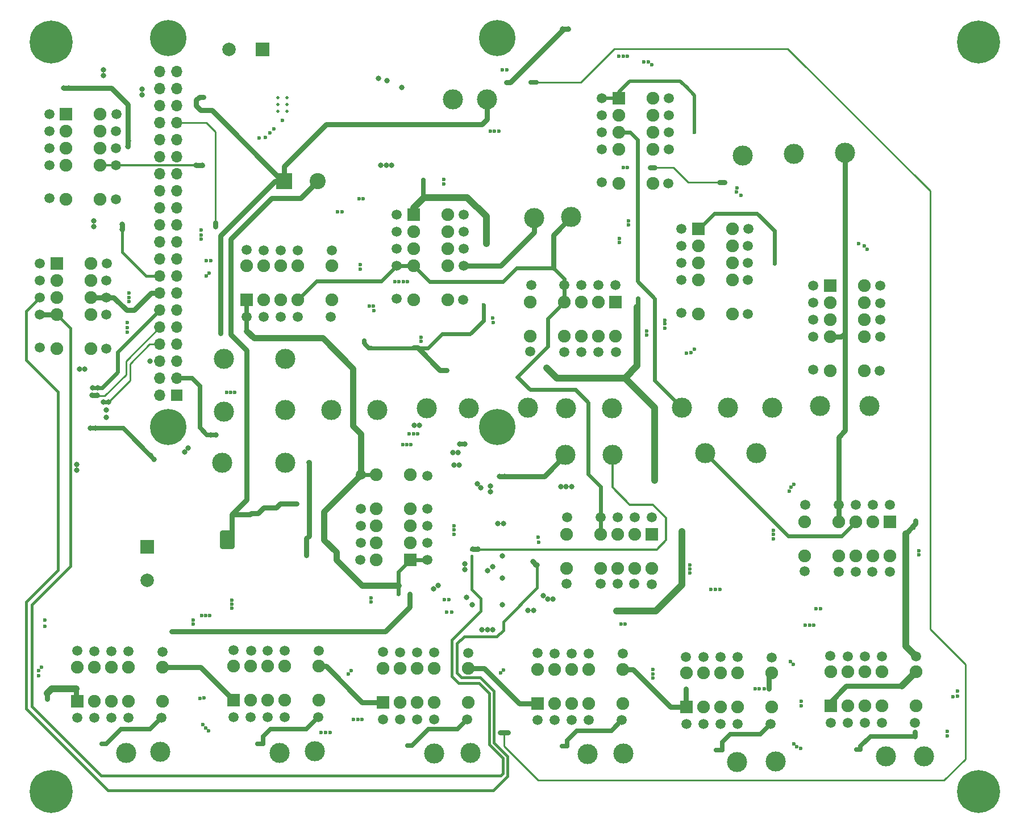
<source format=gbr>
%TF.GenerationSoftware,KiCad,Pcbnew,5.1.6-c6e7f7d~86~ubuntu18.04.1*%
%TF.CreationDate,2020-05-20T11:00:07-07:00*%
%TF.ProjectId,Cal_Station,43616c5f-5374-4617-9469-6f6e2e6b6963,rev?*%
%TF.SameCoordinates,Original*%
%TF.FileFunction,Copper,L3,Inr*%
%TF.FilePolarity,Positive*%
%FSLAX46Y46*%
G04 Gerber Fmt 4.6, Leading zero omitted, Abs format (unit mm)*
G04 Created by KiCad (PCBNEW 5.1.6-c6e7f7d~86~ubuntu18.04.1) date 2020-05-20 11:00:07*
%MOMM*%
%LPD*%
G01*
G04 APERTURE LIST*
%TA.AperFunction,ViaPad*%
%ADD10C,3.000000*%
%TD*%
%TA.AperFunction,ViaPad*%
%ADD11C,1.500000*%
%TD*%
%TA.AperFunction,ViaPad*%
%ADD12C,1.900000*%
%TD*%
%TA.AperFunction,ViaPad*%
%ADD13R,1.900000X1.900000*%
%TD*%
%TA.AperFunction,ViaPad*%
%ADD14C,0.800000*%
%TD*%
%TA.AperFunction,ViaPad*%
%ADD15C,6.400000*%
%TD*%
%TA.AperFunction,ViaPad*%
%ADD16C,5.400000*%
%TD*%
%TA.AperFunction,ViaPad*%
%ADD17C,0.500000*%
%TD*%
%TA.AperFunction,ViaPad*%
%ADD18O,1.700000X1.700000*%
%TD*%
%TA.AperFunction,ViaPad*%
%ADD19R,1.700000X1.700000*%
%TD*%
%TA.AperFunction,ViaPad*%
%ADD20C,2.000000*%
%TD*%
%TA.AperFunction,ViaPad*%
%ADD21R,2.000000X2.000000*%
%TD*%
%TA.AperFunction,ViaPad*%
%ADD22C,2.400000*%
%TD*%
%TA.AperFunction,ViaPad*%
%ADD23R,2.400000X2.400000*%
%TD*%
%TA.AperFunction,ViaPad*%
%ADD24C,0.600000*%
%TD*%
%TA.AperFunction,Conductor*%
%ADD25C,0.600000*%
%TD*%
%TA.AperFunction,Conductor*%
%ADD26C,0.950000*%
%TD*%
%TA.AperFunction,Conductor*%
%ADD27C,1.000000*%
%TD*%
%TA.AperFunction,Conductor*%
%ADD28C,0.750000*%
%TD*%
%TA.AperFunction,Conductor*%
%ADD29C,0.650000*%
%TD*%
%TA.AperFunction,Conductor*%
%ADD30C,0.500000*%
%TD*%
%TA.AperFunction,Conductor*%
%ADD31C,0.250000*%
%TD*%
%TA.AperFunction,Conductor*%
%ADD32C,0.350000*%
%TD*%
%TA.AperFunction,Conductor*%
%ADD33C,0.450000*%
%TD*%
G04 APERTURE END LIST*
D10*
%TO.N,+6V*%
%TO.C,TP18*%
X109610000Y-41240000D03*
%TD*%
%TO.N,PI_GND*%
%TO.C,TP17*%
X104560000Y-41240000D03*
%TD*%
D11*
%TO.N,Vref_OUT*%
%TO.C,K17*%
X42980000Y-70820000D03*
%TO.N,PI_GND*%
X52930000Y-70815000D03*
D12*
X50580000Y-70820000D03*
%TO.N,Vref_OUT*%
X45500000Y-70820000D03*
%TO.N,Net-(K17-Pad8)*%
X50580000Y-68280000D03*
%TO.N,K17_SET*%
X50580000Y-65740000D03*
%TO.N,/34401_A/GNDA*%
X50580000Y-73360000D03*
%TO.N,CAL_RESET*%
X45500000Y-78440000D03*
D13*
%TO.N,PI_+5V*%
X45500000Y-65740000D03*
D12*
X50580000Y-78440000D03*
%TO.N,Net-(K17-Pad3)*%
X45500000Y-68280000D03*
%TO.N,DAC_AUX_BUF*%
X45500000Y-73360000D03*
D11*
%TO.N,PI_+5V*%
X52880000Y-78440000D03*
%TO.N,/34401_A/GNDA*%
X52930000Y-73365000D03*
%TO.N,Net-(K17-Pad8)*%
X52930000Y-68315000D03*
%TO.N,K17_SET*%
X52980000Y-65715000D03*
%TO.N,PI_+5V*%
X42980000Y-65740000D03*
%TO.N,Net-(K17-Pad3)*%
X42980000Y-68280000D03*
%TO.N,DAC_AUX_BUF*%
X42980000Y-73360000D03*
%TO.N,CAL_RESET*%
X42980000Y-78290000D03*
%TD*%
%TO.N,Net-(K16-Pad4)*%
%TO.C,K16*%
X44410000Y-48550000D03*
X54360000Y-48545000D03*
D12*
X52010000Y-48550000D03*
X46930000Y-48550000D03*
%TO.N,Net-(K16-Pad8)*%
X52010000Y-46010000D03*
%TO.N,K16_SET*%
X52010000Y-43470000D03*
%TO.N,/34401_A/GNDA*%
X52010000Y-51090000D03*
%TO.N,CAL_RESET*%
X46930000Y-56170000D03*
D13*
%TO.N,PI_+5V*%
X46930000Y-43470000D03*
D12*
X52010000Y-56170000D03*
%TO.N,Net-(K16-Pad3)*%
X46930000Y-46010000D03*
%TO.N,DAC_AUX_BUF*%
X46930000Y-51090000D03*
D11*
%TO.N,PI_+5V*%
X54310000Y-56170000D03*
%TO.N,/34401_A/GNDA*%
X54360000Y-51095000D03*
%TO.N,Net-(K16-Pad8)*%
X54360000Y-46045000D03*
%TO.N,K16_SET*%
X54410000Y-43445000D03*
%TO.N,PI_+5V*%
X44410000Y-43470000D03*
%TO.N,Net-(K16-Pad3)*%
X44410000Y-46010000D03*
%TO.N,DAC_AUX_BUF*%
X44410000Y-51090000D03*
%TO.N,CAL_RESET*%
X44410000Y-56020000D03*
%TD*%
D14*
%TO.N,N/C*%
%TO.C,H8*%
X46377056Y-30992944D03*
X44680000Y-30290000D03*
X42982944Y-30992944D03*
X42280000Y-32690000D03*
X42982944Y-34387056D03*
X44680000Y-35090000D03*
X46377056Y-34387056D03*
X47080000Y-32690000D03*
D15*
X44680000Y-32690000D03*
%TD*%
D14*
%TO.N,N/C*%
%TO.C,H7*%
X184527056Y-30992944D03*
X182830000Y-30290000D03*
X181132944Y-30992944D03*
X180430000Y-32690000D03*
X181132944Y-34387056D03*
X182830000Y-35090000D03*
X184527056Y-34387056D03*
X185230000Y-32690000D03*
D15*
X182830000Y-32690000D03*
%TD*%
D14*
%TO.N,N/C*%
%TO.C,H6*%
X46377056Y-142782944D03*
X44680000Y-142080000D03*
X42982944Y-142782944D03*
X42280000Y-144480000D03*
X42982944Y-146177056D03*
X44680000Y-146880000D03*
X46377056Y-146177056D03*
X47080000Y-144480000D03*
D15*
X44680000Y-144480000D03*
%TD*%
D14*
%TO.N,N/C*%
%TO.C,H5*%
X184527056Y-142802944D03*
X182830000Y-142100000D03*
X181132944Y-142802944D03*
X180430000Y-144500000D03*
X181132944Y-146197056D03*
X182830000Y-146900000D03*
X184527056Y-146197056D03*
X185230000Y-144500000D03*
D15*
X182830000Y-144500000D03*
%TD*%
D14*
%TO.N,N/C*%
%TO.C,H4*%
X112601891Y-30688109D03*
X111170000Y-30095000D03*
X109738109Y-30688109D03*
X109145000Y-32120000D03*
X109738109Y-33551891D03*
X111170000Y-34145000D03*
X112601891Y-33551891D03*
X113195000Y-32120000D03*
D16*
X111170000Y-32120000D03*
%TD*%
D14*
%TO.N,N/C*%
%TO.C,H3*%
X63601891Y-88688109D03*
X62170000Y-88095000D03*
X60738109Y-88688109D03*
X60145000Y-90120000D03*
X60738109Y-91551891D03*
X62170000Y-92145000D03*
X63601891Y-91551891D03*
X64195000Y-90120000D03*
D16*
X62170000Y-90120000D03*
%TD*%
D14*
%TO.N,N/C*%
%TO.C,H2*%
X112601891Y-88688109D03*
X111170000Y-88095000D03*
X109738109Y-88688109D03*
X109145000Y-90120000D03*
X109738109Y-91551891D03*
X111170000Y-92145000D03*
X112601891Y-91551891D03*
X113195000Y-90120000D03*
D16*
X111170000Y-90120000D03*
%TD*%
D14*
%TO.N,N/C*%
%TO.C,H1*%
X63601891Y-30688109D03*
X62170000Y-30095000D03*
X60738109Y-30688109D03*
X60145000Y-32120000D03*
X60738109Y-33551891D03*
X62170000Y-34145000D03*
X63601891Y-33551891D03*
X64195000Y-32120000D03*
D16*
X62170000Y-32120000D03*
%TD*%
D11*
%TO.N,/34401_B/REF100+*%
%TO.C,K14*%
X164544000Y-101742000D03*
%TO.N,/34401_B/REF100_RTN*%
X164549000Y-111692000D03*
D12*
X164544000Y-109342000D03*
%TO.N,/34401_B/REF100+*%
X164544000Y-104262000D03*
%TO.N,Net-(K14-Pad8)*%
X167084000Y-109342000D03*
%TO.N,K14_SET*%
X169624000Y-109342000D03*
%TO.N,/34401_B/34401B_RTN*%
X162004000Y-109342000D03*
%TO.N,K14_RESET*%
X156924000Y-104262000D03*
D13*
%TO.N,+5V*%
X169624000Y-104262000D03*
D12*
X156924000Y-109342000D03*
%TO.N,Net-(K14-Pad3)*%
X167084000Y-104262000D03*
%TO.N,/34401_B/34401B_I+*%
X162004000Y-104262000D03*
D11*
%TO.N,+5V*%
X156924000Y-111642000D03*
%TO.N,/34401_B/34401B_RTN*%
X161999000Y-111692000D03*
%TO.N,Net-(K14-Pad8)*%
X167049000Y-111692000D03*
%TO.N,K14_SET*%
X169649000Y-111742000D03*
%TO.N,+5V*%
X169624000Y-101742000D03*
%TO.N,Net-(K14-Pad3)*%
X167084000Y-101742000D03*
%TO.N,/34401_B/34401B_I+*%
X162004000Y-101742000D03*
%TO.N,K14_RESET*%
X157074000Y-101742000D03*
%TD*%
D10*
%TO.N,/34401_B/REF100+*%
%TO.C,J28*%
X142130000Y-94000000D03*
%TD*%
%TO.N,/34401_B/REF100_RTN*%
%TO.C,J27*%
X149790000Y-94000000D03*
%TD*%
%TO.N,/34401_B/34401B_I+*%
%TO.C,J26*%
X162930000Y-49260000D03*
%TD*%
%TO.N,/34401_B/34401B_RTN*%
%TO.C,J25*%
X155320000Y-49400000D03*
%TD*%
%TO.N,/34401_B/34401B_V+*%
%TO.C,J24*%
X147750000Y-49660000D03*
%TD*%
%TO.N,/34401_B/I_LOAD*%
%TO.C,J23*%
X159204000Y-86946000D03*
%TD*%
%TO.N,/34401_B/VLoad_div8*%
%TO.C,J22*%
X152092000Y-87200000D03*
%TD*%
%TO.N,/34401_B/GND*%
%TO.C,J20*%
X145488000Y-87200000D03*
%TD*%
%TO.N,/34401_A/34401A_RTN*%
%TO.C,J19*%
X116620000Y-58990000D03*
%TD*%
%TO.N,/34401_A/34401A_V+*%
%TO.C,J18*%
X122190000Y-58810000D03*
%TD*%
%TO.N,/34401_B/CoolerV*%
%TO.C,J17*%
X138630000Y-87200000D03*
%TD*%
%TO.N,/34401_A/LOAD_RTN*%
%TO.C,J16*%
X79580000Y-80000000D03*
%TD*%
%TO.N,/34401_A/LOAD+*%
%TO.C,J15*%
X70430000Y-80000000D03*
%TD*%
%TO.N,DAC_AUX_BUF*%
%TO.C,J14*%
X128320000Y-94300000D03*
%TD*%
%TO.N,/34401_A/GNDA*%
%TO.C,J13*%
X128290000Y-87300000D03*
%TD*%
%TO.N,DAC_AUX*%
%TO.C,J12*%
X121320000Y-94300000D03*
%TD*%
%TO.N,/34401_A/GNDA*%
%TO.C,J11*%
X121360000Y-87300000D03*
%TD*%
%TO.N,/34401_B/LOAD_RTN*%
%TO.C,J10*%
X166570000Y-86946000D03*
%TD*%
%TO.N,/34401_A/2V5_filt*%
%TO.C,J9*%
X115720000Y-87280000D03*
%TD*%
%TO.N,/34401_A/COOLERV_div4*%
%TO.C,J8*%
X106950000Y-87300000D03*
%TD*%
%TO.N,Net-(J7-Pad1)*%
%TO.C,J7*%
X100660000Y-87300000D03*
%TD*%
%TO.N,/PWR_IN*%
%TO.C,J6*%
X86436000Y-87562000D03*
%TD*%
%TO.N,Net-(J5-Pad1)*%
%TO.C,J5*%
X93294000Y-87562000D03*
%TD*%
%TO.N,Net-(J3-Pad1)*%
%TO.C,J4*%
X79578000Y-95436000D03*
%TD*%
%TO.N,Net-(J3-Pad1)*%
%TO.C,J3*%
X79580000Y-87560000D03*
%TD*%
%TO.N,/PWR_RTN*%
%TO.C,J2*%
X70180000Y-95436000D03*
%TD*%
%TO.N,/PWR_RTN*%
%TO.C,J1*%
X70430000Y-87816000D03*
%TD*%
D17*
%TO.N,PI_GND*%
%TO.C,U2*%
X79870000Y-43010000D03*
X78470000Y-43010000D03*
X79870000Y-42010000D03*
X78470000Y-42010000D03*
X79870000Y-41010000D03*
X78470000Y-41010000D03*
%TD*%
%TO.N,PI_GND*%
%TO.C,U1*%
X70206000Y-105862000D03*
X71606000Y-105862000D03*
X70206000Y-106862000D03*
X71606000Y-106862000D03*
X70206000Y-107862000D03*
X71606000Y-107862000D03*
%TD*%
D10*
%TO.N,Net-(K3-Pad5)*%
%TO.C,TP14*%
X124580000Y-138900000D03*
%TD*%
%TO.N,Net-(K3-Pad10)*%
%TO.C,TP13*%
X129980000Y-138840000D03*
%TD*%
%TO.N,Net-(K2-Pad5)*%
%TO.C,TP12*%
X146920000Y-140060000D03*
%TD*%
%TO.N,Net-(K2-Pad10)*%
%TO.C,TP11*%
X152650000Y-139980000D03*
%TD*%
%TO.N,Net-(K7-Pad5)*%
%TO.C,TP10*%
X169050000Y-139230000D03*
%TD*%
%TO.N,Net-(K7-Pad10)*%
%TO.C,TP9*%
X174750000Y-139200000D03*
%TD*%
%TO.N,Net-(K6-Pad5)*%
%TO.C,TP8*%
X55870000Y-138730000D03*
%TD*%
%TO.N,Net-(K6-Pad10)*%
%TO.C,TP7*%
X60950000Y-138540000D03*
%TD*%
%TO.N,Net-(K5-Pad5)*%
%TO.C,TP6*%
X78730000Y-138740000D03*
%TD*%
%TO.N,Net-(K5-Pad10)*%
%TO.C,TP5*%
X84010000Y-138480000D03*
%TD*%
%TO.N,Net-(K4-Pad5)*%
%TO.C,TP4*%
X101740000Y-138830000D03*
%TD*%
%TO.N,Net-(K4-Pad10)*%
%TO.C,TP3*%
X107210000Y-138750000D03*
%TD*%
D18*
%TO.N,K11_SET_SIGNL*%
%TO.C,PI1*%
X60900000Y-37130000D03*
%TO.N,PI_GND*%
X63440000Y-37130000D03*
%TO.N,K12_SET_SIGNL*%
X60900000Y-39670000D03*
%TO.N,K10_SET_SIGNL*%
X63440000Y-39670000D03*
%TO.N,K13_SET_SIGNL*%
X60900000Y-42210000D03*
%TO.N,K9_SET_SIGNL*%
X63440000Y-42210000D03*
%TO.N,PI_GND*%
X60900000Y-44750000D03*
%TO.N,K8_SET_SIGNL*%
X63440000Y-44750000D03*
%TO.N,K14_SET_SIGNL*%
X60900000Y-47290000D03*
%TO.N,RES_ARRAY_RESET_SIGNL*%
X63440000Y-47290000D03*
%TO.N,PI_GND*%
X60900000Y-49830000D03*
%TO.N,K7_SET_SIGNL*%
X63440000Y-49830000D03*
%TO.N,Net-(PI1-Pad28)*%
X60900000Y-52370000D03*
%TO.N,Net-(PI1-Pad27)*%
X63440000Y-52370000D03*
%TO.N,K15_SET_SIGNL*%
X60900000Y-54910000D03*
%TO.N,PI_GND*%
X63440000Y-54910000D03*
%TO.N,BANK_A_RESET_SIGNL*%
X60900000Y-57450000D03*
%TO.N,K6_SET_SIGNL*%
X63440000Y-57450000D03*
%TO.N,BANK_B_RESET_SIGNL*%
X60900000Y-59990000D03*
%TO.N,K5_SET_SIGNL*%
X63440000Y-59990000D03*
%TO.N,PI_GND*%
X60900000Y-62530000D03*
%TO.N,K4_SET_SIGNL*%
X63440000Y-62530000D03*
%TO.N,K16_SET_SIGNL*%
X60900000Y-65070000D03*
%TO.N,Net-(PI1-Pad17)*%
X63440000Y-65070000D03*
%TO.N,K17_SET_SIGNL*%
X60900000Y-67610000D03*
%TO.N,K3_SET_SIGNL*%
X63440000Y-67610000D03*
%TO.N,PI_GND*%
X60900000Y-70150000D03*
%TO.N,K2_SET_SIGNL*%
X63440000Y-70150000D03*
%TO.N,CAL_RESET_SIGNL*%
X60900000Y-72690000D03*
%TO.N,K1_RESET_SIGNL*%
X63440000Y-72690000D03*
%TO.N,RX*%
X60900000Y-75230000D03*
%TO.N,PI_GND*%
X63440000Y-75230000D03*
%TO.N,TX*%
X60900000Y-77770000D03*
%TO.N,K1_SET_SGNL*%
X63440000Y-77770000D03*
%TO.N,PI_GND*%
X60900000Y-80310000D03*
%TO.N,Net-(PI1-Pad5)*%
X63440000Y-80310000D03*
%TO.N,PI_+5V*%
X60900000Y-82850000D03*
%TO.N,LTC2057_SHDN*%
X63440000Y-82850000D03*
%TO.N,PI_+5V*%
X60900000Y-85390000D03*
D19*
%TO.N,Net-(PI1-Pad1)*%
X63440000Y-85390000D03*
%TD*%
D11*
%TO.N,/34401_B/VLoad_div8*%
%TO.C,K15*%
X138574000Y-65652000D03*
%TO.N,/34401_B/LOAD_RTN*%
X148524000Y-65647000D03*
D12*
X146174000Y-65652000D03*
%TO.N,/34401_B/VLoad_div8*%
X141094000Y-65652000D03*
%TO.N,Net-(K15-Pad8)*%
X146174000Y-63112000D03*
%TO.N,K15_SET*%
X146174000Y-60572000D03*
%TO.N,/34401_B/34401B_RTN*%
X146174000Y-68192000D03*
%TO.N,K15_RESET*%
X141094000Y-73272000D03*
D13*
%TO.N,+5V*%
X141094000Y-60572000D03*
D12*
X146174000Y-73272000D03*
%TO.N,Net-(K15-Pad3)*%
X141094000Y-63112000D03*
%TO.N,/34401_B/34401B_V+*%
X141094000Y-68192000D03*
D11*
%TO.N,+5V*%
X148474000Y-73272000D03*
%TO.N,/34401_B/34401B_RTN*%
X148524000Y-68197000D03*
%TO.N,Net-(K15-Pad8)*%
X148524000Y-63147000D03*
%TO.N,K15_SET*%
X148574000Y-60547000D03*
%TO.N,+5V*%
X138574000Y-60572000D03*
%TO.N,Net-(K15-Pad3)*%
X138574000Y-63112000D03*
%TO.N,/34401_B/34401B_V+*%
X138574000Y-68192000D03*
%TO.N,K15_RESET*%
X138574000Y-73122000D03*
%TD*%
%TO.N,/34401_B/CoolerV*%
%TO.C,K13*%
X126740000Y-46170000D03*
%TO.N,/34401_B/GND*%
X136690000Y-46165000D03*
D12*
X134340000Y-46170000D03*
%TO.N,/34401_B/CoolerV*%
X129260000Y-46170000D03*
%TO.N,Net-(K13-Pad8)*%
X134340000Y-43630000D03*
%TO.N,K13_SET*%
X134340000Y-41090000D03*
%TO.N,/34401_B/34401B_RTN*%
X134340000Y-48710000D03*
%TO.N,K13_RESET*%
X129260000Y-53790000D03*
D13*
%TO.N,+5V*%
X129260000Y-41090000D03*
D12*
X134340000Y-53790000D03*
%TO.N,Net-(K13-Pad3)*%
X129260000Y-43630000D03*
%TO.N,/34401_B/34401B_V+*%
X129260000Y-48710000D03*
D11*
%TO.N,+5V*%
X136640000Y-53790000D03*
%TO.N,/34401_B/34401B_RTN*%
X136690000Y-48715000D03*
%TO.N,Net-(K13-Pad8)*%
X136690000Y-43665000D03*
%TO.N,K13_SET*%
X136740000Y-41065000D03*
%TO.N,+5V*%
X126740000Y-41090000D03*
%TO.N,Net-(K13-Pad3)*%
X126740000Y-43630000D03*
%TO.N,/34401_B/34401B_V+*%
X126740000Y-48710000D03*
%TO.N,K13_RESET*%
X126740000Y-53640000D03*
%TD*%
%TO.N,/34401_B/I_LOAD*%
%TO.C,K12*%
X158240000Y-74140000D03*
%TO.N,/34401_B/LOAD_RTN*%
X168190000Y-74135000D03*
D12*
X165840000Y-74140000D03*
%TO.N,/34401_B/I_LOAD*%
X160760000Y-74140000D03*
%TO.N,Net-(K12-Pad8)*%
X165840000Y-71600000D03*
%TO.N,K12_SET*%
X165840000Y-69060000D03*
%TO.N,/34401_B/34401B_RTN*%
X165840000Y-76680000D03*
%TO.N,K12_RESET*%
X160760000Y-81760000D03*
D13*
%TO.N,+5V*%
X160760000Y-69060000D03*
D12*
X165840000Y-81760000D03*
%TO.N,Net-(K12-Pad3)*%
X160760000Y-71600000D03*
%TO.N,/34401_B/34401B_I+*%
X160760000Y-76680000D03*
D11*
%TO.N,+5V*%
X168140000Y-81760000D03*
%TO.N,/34401_B/34401B_RTN*%
X168190000Y-76685000D03*
%TO.N,Net-(K12-Pad8)*%
X168190000Y-71635000D03*
%TO.N,K12_SET*%
X168240000Y-69035000D03*
%TO.N,+5V*%
X158240000Y-69060000D03*
%TO.N,Net-(K12-Pad3)*%
X158240000Y-71600000D03*
%TO.N,/34401_B/34401B_I+*%
X158240000Y-76680000D03*
%TO.N,K12_RESET*%
X158240000Y-81610000D03*
%TD*%
%TO.N,/34401_A/COOLERV_div4*%
%TO.C,K11*%
X96192000Y-63522000D03*
%TO.N,/34401_A/GNDA*%
X106142000Y-63517000D03*
D12*
X103792000Y-63522000D03*
%TO.N,/34401_A/COOLERV_div4*%
X98712000Y-63522000D03*
%TO.N,Net-(K11-Pad8)*%
X103792000Y-60982000D03*
%TO.N,K11_SET*%
X103792000Y-58442000D03*
%TO.N,/34401_A/34401A_RTN*%
X103792000Y-66062000D03*
%TO.N,K11_RESET*%
X98712000Y-71142000D03*
D13*
%TO.N,+5V*%
X98712000Y-58442000D03*
D12*
X103792000Y-71142000D03*
%TO.N,Net-(K11-Pad3)*%
X98712000Y-60982000D03*
%TO.N,/34401_A/34401A_V+*%
X98712000Y-66062000D03*
D11*
%TO.N,+5V*%
X106092000Y-71142000D03*
%TO.N,/34401_A/34401A_RTN*%
X106142000Y-66067000D03*
%TO.N,Net-(K11-Pad8)*%
X106142000Y-61017000D03*
%TO.N,K11_SET*%
X106192000Y-58417000D03*
%TO.N,+5V*%
X96192000Y-58442000D03*
%TO.N,Net-(K11-Pad3)*%
X96192000Y-60982000D03*
%TO.N,/34401_A/34401A_V+*%
X96192000Y-66062000D03*
%TO.N,K11_RESET*%
X96192000Y-70992000D03*
%TD*%
%TO.N,DAC_AUX_BUF*%
%TO.C,K10*%
X123710000Y-68960000D03*
%TO.N,/34401_A/GNDA*%
X123715000Y-78910000D03*
D12*
X123710000Y-76560000D03*
%TO.N,DAC_AUX_BUF*%
X123710000Y-71480000D03*
%TO.N,Net-(K10-Pad8)*%
X126250000Y-76560000D03*
%TO.N,K10_SET*%
X128790000Y-76560000D03*
%TO.N,/34401_A/34401A_RTN*%
X121170000Y-76560000D03*
%TO.N,K10_RESET*%
X116090000Y-71480000D03*
D13*
%TO.N,+5V*%
X128790000Y-71480000D03*
D12*
X116090000Y-76560000D03*
%TO.N,Net-(K10-Pad3)*%
X126250000Y-71480000D03*
%TO.N,/34401_A/34401A_V+*%
X121170000Y-71480000D03*
D11*
%TO.N,+5V*%
X116090000Y-78860000D03*
%TO.N,/34401_A/34401A_RTN*%
X121165000Y-78910000D03*
%TO.N,Net-(K10-Pad8)*%
X126215000Y-78910000D03*
%TO.N,K10_SET*%
X128815000Y-78960000D03*
%TO.N,+5V*%
X128790000Y-68960000D03*
%TO.N,Net-(K10-Pad3)*%
X126250000Y-68960000D03*
%TO.N,/34401_A/34401A_V+*%
X121170000Y-68960000D03*
%TO.N,K10_RESET*%
X116240000Y-68960000D03*
%TD*%
%TO.N,/34401_A/2V5_filt*%
%TO.C,K9*%
X129078000Y-103578000D03*
%TO.N,/34401_A/GNDA*%
X129083000Y-113528000D03*
D12*
X129078000Y-111178000D03*
%TO.N,/34401_A/2V5_filt*%
X129078000Y-106098000D03*
%TO.N,Net-(K9-Pad8)*%
X131618000Y-111178000D03*
%TO.N,K9_SET*%
X134158000Y-111178000D03*
%TO.N,/34401_A/34401A_RTN*%
X126538000Y-111178000D03*
%TO.N,K9_RESET*%
X121458000Y-106098000D03*
D13*
%TO.N,+5V*%
X134158000Y-106098000D03*
D12*
X121458000Y-111178000D03*
%TO.N,Net-(K9-Pad3)*%
X131618000Y-106098000D03*
%TO.N,/34401_A/34401A_V+*%
X126538000Y-106098000D03*
D11*
%TO.N,+5V*%
X121458000Y-113478000D03*
%TO.N,/34401_A/34401A_RTN*%
X126533000Y-113528000D03*
%TO.N,Net-(K9-Pad8)*%
X131583000Y-113528000D03*
%TO.N,K9_SET*%
X134183000Y-113578000D03*
%TO.N,+5V*%
X134158000Y-103578000D03*
%TO.N,Net-(K9-Pad3)*%
X131618000Y-103578000D03*
%TO.N,/34401_A/34401A_V+*%
X126538000Y-103578000D03*
%TO.N,K9_RESET*%
X121608000Y-103578000D03*
%TD*%
%TO.N,/34401_A/LOAD+*%
%TO.C,K8*%
X78890000Y-73704360D03*
%TO.N,/34401_A/LOAD_RTN*%
X78885000Y-63754360D03*
D12*
X78890000Y-66104360D03*
%TO.N,/34401_A/LOAD+*%
X78890000Y-71184360D03*
%TO.N,Net-(K8-Pad8)*%
X76350000Y-66104360D03*
%TO.N,K8_SET*%
X73810000Y-66104360D03*
%TO.N,/34401_A/34401A_RTN*%
X81430000Y-66104360D03*
%TO.N,K8_RESET*%
X86510000Y-71184360D03*
D13*
%TO.N,+5V*%
X73810000Y-71184360D03*
D12*
X86510000Y-66104360D03*
%TO.N,Net-(K8-Pad3)*%
X76350000Y-71184360D03*
%TO.N,/34401_A/34401A_V+*%
X81430000Y-71184360D03*
D11*
%TO.N,+5V*%
X86510000Y-63804360D03*
%TO.N,/34401_A/34401A_RTN*%
X81435000Y-63754360D03*
%TO.N,Net-(K8-Pad8)*%
X76385000Y-63754360D03*
%TO.N,K8_SET*%
X73785000Y-63704360D03*
%TO.N,+5V*%
X73810000Y-73704360D03*
%TO.N,Net-(K8-Pad3)*%
X76350000Y-73704360D03*
%TO.N,/34401_A/34401A_V+*%
X81430000Y-73704360D03*
%TO.N,K8_RESET*%
X86360000Y-73704360D03*
%TD*%
%TO.N,/Resistor_Array/RES_RTN*%
%TO.C,K7*%
X165910000Y-134250000D03*
%TO.N,/Resistor_Array/RES_IN*%
X165905000Y-124300000D03*
D12*
X165910000Y-126650000D03*
%TO.N,/Resistor_Array/RES_RTN*%
X165910000Y-131730000D03*
%TO.N,Net-(K7-Pad8)*%
X163370000Y-126650000D03*
%TO.N,K7_SET*%
X160830000Y-126650000D03*
%TO.N,Net-(K7-Pad10)*%
X168450000Y-126650000D03*
%TO.N,K7_RESET*%
X173530000Y-131730000D03*
D13*
%TO.N,+5V*%
X160830000Y-131730000D03*
D12*
X173530000Y-126650000D03*
%TO.N,Net-(K7-Pad3)*%
X163370000Y-131730000D03*
%TO.N,Net-(K7-Pad5)*%
X168450000Y-131730000D03*
D11*
%TO.N,+5V*%
X173530000Y-124350000D03*
%TO.N,Net-(K7-Pad10)*%
X168455000Y-124300000D03*
%TO.N,Net-(K7-Pad8)*%
X163405000Y-124300000D03*
%TO.N,K7_SET*%
X160805000Y-124250000D03*
%TO.N,+5V*%
X160830000Y-134250000D03*
%TO.N,Net-(K7-Pad3)*%
X163370000Y-134250000D03*
%TO.N,Net-(K7-Pad5)*%
X168450000Y-134250000D03*
%TO.N,K7_RESET*%
X173380000Y-134250000D03*
%TD*%
%TO.N,/Resistor_Array/RES_RTN*%
%TO.C,K6*%
X53650000Y-133512000D03*
%TO.N,/Resistor_Array/RES_IN*%
X53645000Y-123562000D03*
D12*
X53650000Y-125912000D03*
%TO.N,/Resistor_Array/RES_RTN*%
X53650000Y-130992000D03*
%TO.N,Net-(K6-Pad8)*%
X51110000Y-125912000D03*
%TO.N,K6_SET*%
X48570000Y-125912000D03*
%TO.N,Net-(K6-Pad10)*%
X56190000Y-125912000D03*
%TO.N,K6_RESET*%
X61270000Y-130992000D03*
D13*
%TO.N,+5V*%
X48570000Y-130992000D03*
D12*
X61270000Y-125912000D03*
%TO.N,Net-(K6-Pad3)*%
X51110000Y-130992000D03*
%TO.N,Net-(K6-Pad5)*%
X56190000Y-130992000D03*
D11*
%TO.N,+5V*%
X61270000Y-123612000D03*
%TO.N,Net-(K6-Pad10)*%
X56195000Y-123562000D03*
%TO.N,Net-(K6-Pad8)*%
X51145000Y-123562000D03*
%TO.N,K6_SET*%
X48545000Y-123512000D03*
%TO.N,+5V*%
X48570000Y-133512000D03*
%TO.N,Net-(K6-Pad3)*%
X51110000Y-133512000D03*
%TO.N,Net-(K6-Pad5)*%
X56190000Y-133512000D03*
%TO.N,K6_RESET*%
X61120000Y-133512000D03*
%TD*%
%TO.N,/Resistor_Array/RES_RTN*%
%TO.C,K5*%
X76980000Y-133400000D03*
%TO.N,/Resistor_Array/RES_IN*%
X76975000Y-123450000D03*
D12*
X76980000Y-125800000D03*
%TO.N,/Resistor_Array/RES_RTN*%
X76980000Y-130880000D03*
%TO.N,Net-(K5-Pad8)*%
X74440000Y-125800000D03*
%TO.N,K5_SET*%
X71900000Y-125800000D03*
%TO.N,Net-(K5-Pad10)*%
X79520000Y-125800000D03*
%TO.N,K5_RESET*%
X84600000Y-130880000D03*
D13*
%TO.N,+5V*%
X71900000Y-130880000D03*
D12*
X84600000Y-125800000D03*
%TO.N,Net-(K5-Pad3)*%
X74440000Y-130880000D03*
%TO.N,Net-(K5-Pad5)*%
X79520000Y-130880000D03*
D11*
%TO.N,+5V*%
X84600000Y-123500000D03*
%TO.N,Net-(K5-Pad10)*%
X79525000Y-123450000D03*
%TO.N,Net-(K5-Pad8)*%
X74475000Y-123450000D03*
%TO.N,K5_SET*%
X71875000Y-123400000D03*
%TO.N,+5V*%
X71900000Y-133400000D03*
%TO.N,Net-(K5-Pad3)*%
X74440000Y-133400000D03*
%TO.N,Net-(K5-Pad5)*%
X79520000Y-133400000D03*
%TO.N,K5_RESET*%
X84450000Y-133400000D03*
%TD*%
%TO.N,/Resistor_Array/RES_RTN*%
%TO.C,K4*%
X99200000Y-133688000D03*
%TO.N,/Resistor_Array/RES_IN*%
X99195000Y-123738000D03*
D12*
X99200000Y-126088000D03*
%TO.N,/Resistor_Array/RES_RTN*%
X99200000Y-131168000D03*
%TO.N,Net-(K4-Pad8)*%
X96660000Y-126088000D03*
%TO.N,K4_SET*%
X94120000Y-126088000D03*
%TO.N,Net-(K4-Pad10)*%
X101740000Y-126088000D03*
%TO.N,K4_RESET*%
X106820000Y-131168000D03*
D13*
%TO.N,+5V*%
X94120000Y-131168000D03*
D12*
X106820000Y-126088000D03*
%TO.N,Net-(K4-Pad3)*%
X96660000Y-131168000D03*
%TO.N,Net-(K4-Pad5)*%
X101740000Y-131168000D03*
D11*
%TO.N,+5V*%
X106820000Y-123788000D03*
%TO.N,Net-(K4-Pad10)*%
X101745000Y-123738000D03*
%TO.N,Net-(K4-Pad8)*%
X96695000Y-123738000D03*
%TO.N,K4_SET*%
X94095000Y-123688000D03*
%TO.N,+5V*%
X94120000Y-133688000D03*
%TO.N,Net-(K4-Pad3)*%
X96660000Y-133688000D03*
%TO.N,Net-(K4-Pad5)*%
X101740000Y-133688000D03*
%TO.N,K4_RESET*%
X106670000Y-133688000D03*
%TD*%
%TO.N,/Resistor_Array/RES_RTN*%
%TO.C,K3*%
X122240000Y-133844000D03*
%TO.N,/Resistor_Array/RES_IN*%
X122235000Y-123894000D03*
D12*
X122240000Y-126244000D03*
%TO.N,/Resistor_Array/RES_RTN*%
X122240000Y-131324000D03*
%TO.N,Net-(K3-Pad8)*%
X119700000Y-126244000D03*
%TO.N,K3_SET*%
X117160000Y-126244000D03*
%TO.N,Net-(K3-Pad10)*%
X124780000Y-126244000D03*
%TO.N,K3_RESET*%
X129860000Y-131324000D03*
D13*
%TO.N,+5V*%
X117160000Y-131324000D03*
D12*
X129860000Y-126244000D03*
%TO.N,Net-(K3-Pad3)*%
X119700000Y-131324000D03*
%TO.N,Net-(K3-Pad5)*%
X124780000Y-131324000D03*
D11*
%TO.N,+5V*%
X129860000Y-123944000D03*
%TO.N,Net-(K3-Pad10)*%
X124785000Y-123894000D03*
%TO.N,Net-(K3-Pad8)*%
X119735000Y-123894000D03*
%TO.N,K3_SET*%
X117135000Y-123844000D03*
%TO.N,+5V*%
X117160000Y-133844000D03*
%TO.N,Net-(K3-Pad3)*%
X119700000Y-133844000D03*
%TO.N,Net-(K3-Pad5)*%
X124780000Y-133844000D03*
%TO.N,K3_RESET*%
X129710000Y-133844000D03*
%TD*%
%TO.N,/Resistor_Array/RES_RTN*%
%TO.C,K2*%
X144396000Y-134372000D03*
%TO.N,/Resistor_Array/RES_IN*%
X144391000Y-124422000D03*
D12*
X144396000Y-126772000D03*
%TO.N,/Resistor_Array/RES_RTN*%
X144396000Y-131852000D03*
%TO.N,Net-(K2-Pad8)*%
X141856000Y-126772000D03*
%TO.N,K2_SET*%
X139316000Y-126772000D03*
%TO.N,Net-(K2-Pad10)*%
X146936000Y-126772000D03*
%TO.N,K2_RESET*%
X152016000Y-131852000D03*
D13*
%TO.N,+5V*%
X139316000Y-131852000D03*
D12*
X152016000Y-126772000D03*
%TO.N,Net-(K2-Pad3)*%
X141856000Y-131852000D03*
%TO.N,Net-(K2-Pad5)*%
X146936000Y-131852000D03*
D11*
%TO.N,+5V*%
X152016000Y-124472000D03*
%TO.N,Net-(K2-Pad10)*%
X146941000Y-124422000D03*
%TO.N,Net-(K2-Pad8)*%
X141891000Y-124422000D03*
%TO.N,K2_SET*%
X139291000Y-124372000D03*
%TO.N,+5V*%
X139316000Y-134372000D03*
%TO.N,Net-(K2-Pad3)*%
X141856000Y-134372000D03*
%TO.N,Net-(K2-Pad5)*%
X146936000Y-134372000D03*
%TO.N,K2_RESET*%
X151866000Y-134372000D03*
%TD*%
%TO.N,/PWR_IN*%
%TO.C,K1*%
X100752360Y-104864000D03*
%TO.N,/PWR_RTN*%
X90802360Y-104869000D03*
D12*
X93152360Y-104864000D03*
%TO.N,/PWR_IN*%
X98232360Y-104864000D03*
%TO.N,/Resistor_Array/RES_RTN*%
X93152360Y-107404000D03*
%TO.N,K1_SET*%
X93152360Y-109944000D03*
%TO.N,Net-(J5-Pad1)*%
X93152360Y-102324000D03*
%TO.N,K1_RESET*%
X98232360Y-97244000D03*
D13*
%TO.N,+5V*%
X98232360Y-109944000D03*
D12*
X93152360Y-97244000D03*
%TO.N,/Resistor_Array/RES_IN*%
X98232360Y-107404000D03*
%TO.N,Net-(J7-Pad1)*%
X98232360Y-102324000D03*
D11*
%TO.N,+5V*%
X90852360Y-97244000D03*
%TO.N,Net-(J5-Pad1)*%
X90802360Y-102319000D03*
%TO.N,/Resistor_Array/RES_RTN*%
X90802360Y-107369000D03*
%TO.N,K1_SET*%
X90752360Y-109969000D03*
%TO.N,+5V*%
X100752360Y-109944000D03*
%TO.N,/Resistor_Array/RES_IN*%
X100752360Y-107404000D03*
%TO.N,Net-(J7-Pad1)*%
X100752360Y-102324000D03*
%TO.N,K1_RESET*%
X100752360Y-97394000D03*
%TD*%
D20*
%TO.N,PI_GND*%
%TO.C,C49*%
X71190000Y-33800000D03*
D21*
%TO.N,+5V*%
X76190000Y-33800000D03*
%TD*%
D20*
%TO.N,PI_GND*%
%TO.C,C48*%
X59026000Y-113012000D03*
D21*
%TO.N,PI_+5V*%
X59026000Y-108012000D03*
%TD*%
D22*
%TO.N,PI_GND*%
%TO.C,C35*%
X84390000Y-53430000D03*
D23*
%TO.N,+6V*%
X79390000Y-53430000D03*
%TD*%
D24*
%TO.N,K1_RESET*%
X104678000Y-106092000D03*
X104678000Y-105452000D03*
X104678000Y-104822000D03*
%TO.N,+5V*%
X85326000Y-106934000D03*
X85330000Y-105450000D03*
X85320000Y-106150000D03*
X96453000Y-113777000D03*
X96453000Y-114377000D03*
X96453000Y-115023000D03*
X149570000Y-129120000D03*
X150220000Y-129120000D03*
X150960000Y-129120000D03*
X151650000Y-129120000D03*
X44070000Y-130710000D03*
X44070000Y-129860000D03*
X47540000Y-129320000D03*
X172395000Y-127785000D03*
X171945000Y-128235000D03*
X171465000Y-128715000D03*
X134608000Y-98082000D03*
X134608000Y-97412000D03*
X134608000Y-96672000D03*
X119050000Y-81820000D03*
X119530000Y-82300000D03*
X118555000Y-81325000D03*
X130182000Y-117588000D03*
X129552000Y-117588000D03*
X128902000Y-117588000D03*
X138680000Y-107200000D03*
X138680000Y-106490000D03*
X138680000Y-105740000D03*
X152454000Y-64446000D03*
X152454000Y-65106000D03*
X152454000Y-65756000D03*
X173195000Y-105195000D03*
X173510000Y-104690000D03*
X173510000Y-104060000D03*
X132005000Y-72275000D03*
X132120000Y-71640000D03*
X132120000Y-70980000D03*
X100155000Y-54595000D03*
X100155000Y-53915000D03*
X100155000Y-53295000D03*
X109540000Y-62170000D03*
X109540000Y-62760000D03*
X140560000Y-44950000D03*
X140560000Y-45550000D03*
X140560000Y-46170000D03*
D14*
X106360000Y-110530000D03*
X106360000Y-111390000D03*
X108710000Y-99150000D03*
X108160000Y-98600000D03*
X105310000Y-93970000D03*
X104580000Y-93970000D03*
X111230000Y-104540000D03*
X112050000Y-104510000D03*
X107405000Y-116625000D03*
X106602500Y-115562500D03*
D24*
%TO.N,K2_RESET*%
X143778000Y-138282000D03*
X144668000Y-138282000D03*
%TO.N,K3_RESET*%
X121536000Y-137684000D03*
X120806000Y-137684000D03*
%TO.N,K4_RESET*%
X98430000Y-137590000D03*
X97760000Y-137590000D03*
%TO.N,K5_RESET*%
X76240000Y-137390000D03*
X75440000Y-137390000D03*
%TO.N,K6_RESET*%
X52204000Y-137396000D03*
X52884000Y-137396000D03*
%TO.N,K2_RESET_SIGNL*%
X178230000Y-135490000D03*
X178230000Y-136180000D03*
X155375000Y-137385000D03*
X155780000Y-137790000D03*
X156355000Y-138005000D03*
X111620000Y-135650000D03*
X112200000Y-135640000D03*
X112750000Y-135640000D03*
X67290000Y-134520000D03*
X67695000Y-134965000D03*
X68125000Y-135395000D03*
X84940000Y-135640000D03*
X85550000Y-135640000D03*
X86290000Y-135640000D03*
X116130000Y-38740000D03*
X117030000Y-38740000D03*
%TO.N,BANK_B_RESET*%
X136145000Y-75385000D03*
X136145000Y-74735000D03*
X136145000Y-74165000D03*
X129400000Y-62000000D03*
X129400000Y-62620000D03*
%TO.N,BANK_A_RESET*%
X109090000Y-71880000D03*
X109090000Y-72510000D03*
X109090000Y-73120000D03*
X91330000Y-77280000D03*
X91630000Y-77900000D03*
X92400000Y-78320000D03*
X99360000Y-78340000D03*
X98745000Y-78275000D03*
X103596000Y-81614000D03*
X102966000Y-81614000D03*
%TO.N,+6V*%
X66310000Y-42210000D03*
X66310000Y-41480000D03*
X66760000Y-40930000D03*
X67380000Y-40930000D03*
X82720000Y-108070000D03*
X82720000Y-108630000D03*
X82720000Y-109240000D03*
X69900000Y-76130000D03*
X69900000Y-75460000D03*
X69900000Y-74760000D03*
X69900000Y-74040000D03*
X69900000Y-73340000D03*
X83070000Y-96130000D03*
X83070000Y-95370000D03*
X83090000Y-97580000D03*
X83090000Y-96880000D03*
%TO.N,PI_GND*%
X75642500Y-47007500D03*
X76570000Y-46960000D03*
X77295000Y-46235000D03*
X77885000Y-45645000D03*
X79170000Y-44360000D03*
X78775500Y-101564500D03*
X81245500Y-101564500D03*
X76396500Y-102136500D03*
X72303000Y-102997000D03*
X74493000Y-102997000D03*
X154850000Y-125110000D03*
X155275000Y-125535000D03*
X156436000Y-131734000D03*
X156436000Y-131026000D03*
X179030000Y-130350000D03*
X179760000Y-130250000D03*
X179760000Y-129490000D03*
X42820000Y-127230000D03*
X42820000Y-126480000D03*
X43235000Y-125935000D03*
X89750000Y-133700000D03*
X90380000Y-133700000D03*
X91010000Y-133700000D03*
X66860000Y-130550000D03*
X67470000Y-130530000D03*
X88980000Y-126930000D03*
X89435000Y-126475000D03*
X134380000Y-127540000D03*
X134370000Y-126920000D03*
X134380000Y-126300000D03*
X139870000Y-110670000D03*
X139870000Y-111280000D03*
X139870000Y-111880000D03*
X92348000Y-115592000D03*
X92348000Y-116232000D03*
X112082000Y-126342000D03*
X111627000Y-126797000D03*
X117300000Y-107270000D03*
X117290000Y-106550000D03*
X110520000Y-74520000D03*
X110510000Y-73870000D03*
X166285000Y-63595000D03*
X165810000Y-63120000D03*
X165010000Y-62770000D03*
X146808000Y-55032000D03*
X146860000Y-54460000D03*
X147465000Y-55575000D03*
X173970000Y-109180000D03*
X173970000Y-108570000D03*
X152318000Y-105502000D03*
X152318000Y-106142000D03*
X152318000Y-106762000D03*
X98286000Y-92704000D03*
X97696000Y-92704000D03*
X97106000Y-92704000D03*
X99844000Y-76736000D03*
X99844000Y-77306000D03*
X103210000Y-53230000D03*
X103210000Y-53900000D03*
X92120000Y-72110000D03*
X92710000Y-72120000D03*
X92770000Y-72790000D03*
X139390000Y-79100000D03*
X140040000Y-79000000D03*
X140510000Y-78530000D03*
X133392000Y-76408000D03*
X133392000Y-75798000D03*
X130720000Y-59350000D03*
X130720000Y-59960000D03*
X67830000Y-65280000D03*
X68450000Y-65280000D03*
X155370000Y-98640000D03*
X154925000Y-99085000D03*
X154690000Y-99700000D03*
X134180000Y-36080000D03*
X133640000Y-35690000D03*
X132970000Y-35690000D03*
X71606000Y-116524000D03*
X71600000Y-117090000D03*
X71600000Y-115930000D03*
D14*
X110175000Y-99775000D03*
X110175000Y-98945000D03*
X105485000Y-95835000D03*
X104755000Y-95835000D03*
X110460000Y-120340000D03*
X109710000Y-120340000D03*
X108910000Y-120340000D03*
X101685000Y-114225000D03*
X102380000Y-113720000D03*
X111880000Y-112600000D03*
X111900000Y-109370000D03*
X111880000Y-116590000D03*
X110510000Y-110980000D03*
X109750000Y-111560000D03*
X116610000Y-117450000D03*
X115750000Y-117450000D03*
X52520000Y-36890000D03*
X52520000Y-37680000D03*
X59440000Y-80310000D03*
X51060000Y-59410000D03*
X51060000Y-60210000D03*
X51315000Y-90315000D03*
X50505000Y-90315000D03*
X59470000Y-94380000D03*
X60035000Y-94945000D03*
X96897500Y-39512500D03*
X94703750Y-38496250D03*
X93475000Y-38095000D03*
%TO.N,PI_+5V*%
X56080000Y-48270000D03*
X56235000Y-47475000D03*
X46520000Y-39600000D03*
X47350000Y-39600000D03*
D24*
%TO.N,K7_RESET*%
X164640000Y-138210000D03*
X165250000Y-138210000D03*
X173380000Y-135620000D03*
X173380000Y-136240000D03*
D14*
%TO.N,/34401_A/2V5_filt*%
X122250000Y-99020000D03*
X121440000Y-99020000D03*
X120630000Y-99020000D03*
%TO.N,/34401_A/GNDA*%
X67220000Y-51090000D03*
X66280000Y-51090000D03*
X95430000Y-51090000D03*
X94630000Y-51090000D03*
X93830000Y-51090000D03*
D24*
%TO.N,/34401_A/34401A_RTN*%
X95940000Y-68410000D03*
X96540000Y-68410000D03*
X97150000Y-68410000D03*
X97790000Y-68410000D03*
%TO.N,/Resistor_Array/RES_IN*%
X98120000Y-116960000D03*
X98120000Y-116350000D03*
X98120000Y-115710000D03*
X98120000Y-115020000D03*
X62620000Y-120610000D03*
X63310000Y-120610000D03*
X64030000Y-120610000D03*
X64770000Y-120610000D03*
%TO.N,K10_SET_SIGNL*%
X158680000Y-117220000D03*
X159320000Y-117220000D03*
%TO.N,K13_SET_SIGNL*%
X129270000Y-34870000D03*
X129910000Y-34870000D03*
X130560000Y-34870000D03*
%TO.N,K9_SET_SIGNL*%
X144322000Y-114348000D03*
X143702000Y-114348000D03*
X143022000Y-114348000D03*
%TO.N,K8_SET_SIGNL*%
X69120000Y-60260000D03*
X69130000Y-59640000D03*
%TO.N,RES_ARRAY_RESET_SIGNL*%
X112590000Y-36830000D03*
X111930000Y-36830000D03*
%TO.N,K7_SET_SIGNL*%
X158310000Y-119690000D03*
X157710000Y-119690000D03*
X157070000Y-119690000D03*
%TO.N,K15_SET_SIGNL*%
X145045000Y-53635000D03*
X144235000Y-53635000D03*
X134580000Y-51450000D03*
X133970000Y-51450000D03*
X129940000Y-51450000D03*
X130580000Y-51450000D03*
X90564999Y-56085001D03*
X91214999Y-56085001D03*
%TO.N,BANK_A_RESET_SIGNL*%
X90720000Y-66580000D03*
X90720000Y-65930000D03*
%TO.N,K6_SET_SIGNL*%
X43740000Y-119800000D03*
X43740000Y-118920000D03*
%TO.N,BANK_B_RESET_SIGNL*%
X87360000Y-58070000D03*
X88000000Y-58070000D03*
X111380000Y-46000000D03*
X110150000Y-46000000D03*
X110770000Y-46000000D03*
%TO.N,K5_SET_SIGNL*%
X65840000Y-119500000D03*
X65840000Y-118910000D03*
X67050000Y-62110000D03*
X67050000Y-61470000D03*
X67050000Y-60740000D03*
%TO.N,K4_SET_SIGNL*%
X68330000Y-118260000D03*
X67710000Y-118260000D03*
X67110000Y-118260000D03*
X67840000Y-67610000D03*
X68255000Y-67195000D03*
%TO.N,K3_SET_SIGNL*%
X103620000Y-117690000D03*
X104350000Y-117690000D03*
X56280000Y-71450000D03*
X56280000Y-70820000D03*
X56280000Y-70170000D03*
%TO.N,K2_SET_SIGNL*%
X130210000Y-119520000D03*
X129590000Y-119520000D03*
X103920000Y-115900000D03*
X103290000Y-115900000D03*
X56050000Y-75940000D03*
X56050000Y-75310000D03*
X56050000Y-74550000D03*
%TO.N,K1_RESET_SIGNL*%
X72050000Y-84980000D03*
X71470000Y-84980000D03*
X70860000Y-84980000D03*
X98070000Y-91150000D03*
X98710000Y-91150000D03*
X99300000Y-91150000D03*
D14*
%TO.N,K1_SET_SGNL*%
X65120000Y-93290000D03*
X64575000Y-93835000D03*
D24*
%TO.N,Net-(Q9-Pad1)*%
X113120000Y-38740000D03*
X112530000Y-38740000D03*
D14*
X120930000Y-30750000D03*
X121760000Y-30750000D03*
%TO.N,Vref_OUT*%
X119470000Y-115740000D03*
X118670000Y-115750000D03*
X117120000Y-110670000D03*
X116460000Y-110180000D03*
X118030000Y-115295000D03*
%TO.N,CAL_RESET*%
X52900000Y-88700000D03*
X52900000Y-87580000D03*
X48460000Y-96530000D03*
X48490000Y-95710000D03*
%TO.N,DAC_AUX*%
X112270000Y-97480000D03*
X111460000Y-97480000D03*
%TO.N,DAC_AUX_BUF*%
X108310000Y-108350000D03*
X107510000Y-108360000D03*
%TO.N,K16_SET_SIGNL*%
X58250000Y-40580000D03*
X58250000Y-39770000D03*
%TO.N,K17_SET_SIGNL*%
X55270000Y-59870000D03*
X55270000Y-60680000D03*
%TO.N,CAL_RESET_SIGNL*%
X51660000Y-84250000D03*
X50830000Y-84250000D03*
%TO.N,RX*%
X50780000Y-85360000D03*
X51590000Y-85350000D03*
%TO.N,TX*%
X53250000Y-86380000D03*
X52480000Y-86380000D03*
X48910000Y-81500000D03*
X49680000Y-81500000D03*
%TO.N,LTC2057_SHDN*%
X105570000Y-92680000D03*
X106370000Y-92680000D03*
X68450000Y-91310000D03*
X69270000Y-91310000D03*
X99550000Y-89900000D03*
X98760000Y-89900000D03*
%TD*%
D25*
%TO.N,+5V*%
X96453000Y-115023000D02*
X96453000Y-113777000D01*
D26*
X96453000Y-113777000D02*
X91027000Y-113777000D01*
X91027000Y-113777000D02*
X87160000Y-109910000D01*
X87160000Y-108768000D02*
X85326000Y-106934000D01*
X87160000Y-109910000D02*
X87160000Y-108768000D01*
X85326000Y-102770360D02*
X90852360Y-97244000D01*
X85326000Y-106934000D02*
X85326000Y-102770360D01*
D25*
X90852360Y-97244000D02*
X93152360Y-97244000D01*
X96453000Y-111723360D02*
X98232360Y-109944000D01*
X96453000Y-113777000D02*
X96453000Y-111723360D01*
X98232360Y-109944000D02*
X100752360Y-109944000D01*
D27*
X44810000Y-129120000D02*
X44070000Y-129860000D01*
D28*
X44070000Y-129860000D02*
X44070000Y-130710000D01*
X48450000Y-130872000D02*
X48570000Y-130992000D01*
X48450000Y-129120000D02*
X48450000Y-130872000D01*
D27*
X48450000Y-129120000D02*
X47730000Y-129120000D01*
D28*
X44070000Y-130710000D02*
X44070000Y-130710000D01*
X44070000Y-129860000D02*
X44070000Y-129860000D01*
D27*
X47730000Y-129120000D02*
X44810000Y-129120000D01*
D28*
X71830000Y-130810000D02*
X71900000Y-130880000D01*
X84500000Y-125900000D02*
X84600000Y-125800000D01*
X94240000Y-131048000D02*
X94120000Y-131168000D01*
X107090000Y-126358000D02*
X106820000Y-126088000D01*
X117330000Y-131154000D02*
X117160000Y-131324000D01*
X130040000Y-126424000D02*
X129860000Y-126244000D01*
X139270000Y-131806000D02*
X139316000Y-131852000D01*
X139270000Y-129120000D02*
X139270000Y-131806000D01*
X151650000Y-127138000D02*
X152016000Y-126772000D01*
X151650000Y-129120000D02*
X151650000Y-127138000D01*
D27*
X172395000Y-127785000D02*
X173530000Y-126650000D01*
X171945000Y-128235000D02*
X172395000Y-127785000D01*
X171465000Y-128715000D02*
X171945000Y-128235000D01*
D28*
X61070000Y-126112000D02*
X61270000Y-125912000D01*
D27*
X134608000Y-98082000D02*
X134608000Y-87258000D01*
X134608000Y-87258000D02*
X130170000Y-82820000D01*
X120050000Y-82820000D02*
X118555000Y-81325000D01*
X130170000Y-82820000D02*
X120050000Y-82820000D01*
X128902000Y-117588000D02*
X134792000Y-117588000D01*
X138680000Y-113700000D02*
X138680000Y-105740000D01*
X134792000Y-117588000D02*
X138680000Y-113700000D01*
D25*
X152454000Y-65756000D02*
X152454000Y-60854000D01*
X152454000Y-60854000D02*
X149860000Y-58260000D01*
X149860000Y-58260000D02*
X143520000Y-58260000D01*
X141208000Y-60572000D02*
X141094000Y-60572000D01*
X143520000Y-58260000D02*
X141208000Y-60572000D01*
D28*
X173510000Y-104060000D02*
X173510000Y-104510000D01*
X173510000Y-104510000D02*
X172010000Y-106010000D01*
D27*
X172010000Y-122830000D02*
X173530000Y-124350000D01*
X172010000Y-106010000D02*
X172010000Y-122830000D01*
D29*
X132120000Y-72160000D02*
X132005000Y-72275000D01*
X132120000Y-70980000D02*
X132120000Y-72160000D01*
D27*
X132005000Y-80985000D02*
X130170000Y-82820000D01*
X132005000Y-72275000D02*
X132005000Y-80985000D01*
X109540000Y-62760000D02*
X109540000Y-58740000D01*
X109540000Y-58740000D02*
X106690000Y-55890000D01*
X106690000Y-55890000D02*
X100260000Y-55890000D01*
D29*
X98712000Y-57438000D02*
X98712000Y-58442000D01*
D27*
X100260000Y-55890000D02*
X98712000Y-57438000D01*
D29*
X100155000Y-55785000D02*
X100260000Y-55890000D01*
X100155000Y-53295000D02*
X100155000Y-55785000D01*
D30*
X140560000Y-46170000D02*
X140560000Y-44950000D01*
X140560000Y-44950000D02*
X140560000Y-40660000D01*
X140560000Y-40660000D02*
X139240000Y-39340000D01*
X138420000Y-38520000D02*
X130870000Y-38520000D01*
X129260000Y-40130000D02*
X129260000Y-41090000D01*
X130870000Y-38520000D02*
X129260000Y-40130000D01*
X129260000Y-41090000D02*
X126740000Y-41090000D01*
D26*
X90852360Y-97244000D02*
X90852360Y-91152360D01*
X90852360Y-91152360D02*
X89680000Y-89980000D01*
X89680000Y-89980000D02*
X89680000Y-81380000D01*
X89680000Y-81380000D02*
X85170000Y-76870000D01*
X85170000Y-76870000D02*
X74900000Y-76870000D01*
D29*
X73810000Y-75780000D02*
X73810000Y-73704360D01*
D26*
X74900000Y-76870000D02*
X73810000Y-75780000D01*
D29*
X73810000Y-73704360D02*
X73810000Y-71184360D01*
D30*
X139240000Y-39340000D02*
X138785000Y-38885000D01*
X138785000Y-38885000D02*
X138420000Y-38520000D01*
D28*
X66932000Y-125912000D02*
X71900000Y-130880000D01*
X61270000Y-125912000D02*
X66932000Y-125912000D01*
X94120000Y-131168000D02*
X91038000Y-131168000D01*
X85670000Y-125800000D02*
X84600000Y-125800000D01*
X91038000Y-131168000D02*
X85670000Y-125800000D01*
X117160000Y-131324000D02*
X114484000Y-131324000D01*
X109248000Y-126088000D02*
X106820000Y-126088000D01*
X114484000Y-131324000D02*
X109248000Y-126088000D01*
X139316000Y-131852000D02*
X136972000Y-131852000D01*
X131364000Y-126244000D02*
X129860000Y-126244000D01*
X136972000Y-131852000D02*
X131364000Y-126244000D01*
X160830000Y-131730000D02*
X160830000Y-131060000D01*
X163175000Y-128715000D02*
X171465000Y-128715000D01*
X160830000Y-131060000D02*
X163175000Y-128715000D01*
D29*
%TO.N,K2_RESET*%
X143778000Y-138282000D02*
X144668000Y-138282000D01*
X144668000Y-138282000D02*
X144668000Y-137142000D01*
X144668000Y-137142000D02*
X145910000Y-135900000D01*
X150338000Y-135900000D02*
X151866000Y-134372000D01*
X145910000Y-135900000D02*
X150338000Y-135900000D01*
%TO.N,K3_RESET*%
X120806000Y-137684000D02*
X121536000Y-137684000D01*
X121536000Y-137684000D02*
X121536000Y-136854000D01*
X121536000Y-136854000D02*
X122980000Y-135410000D01*
X128144000Y-135410000D02*
X129710000Y-133844000D01*
X122980000Y-135410000D02*
X128144000Y-135410000D01*
%TO.N,K4_RESET*%
X97760000Y-137590000D02*
X98430000Y-137590000D01*
X105228000Y-135130000D02*
X106670000Y-133688000D01*
X98430000Y-137590000D02*
X100890000Y-135130000D01*
X100890000Y-135130000D02*
X105228000Y-135130000D01*
%TO.N,K5_RESET*%
X75440000Y-137390000D02*
X76240000Y-137390000D01*
X82690000Y-135160000D02*
X84450000Y-133400000D01*
X77350000Y-135160000D02*
X82690000Y-135160000D01*
X76240000Y-137390000D02*
X76240000Y-136270000D01*
X76240000Y-136270000D02*
X77350000Y-135160000D01*
%TO.N,K6_RESET*%
X52204000Y-137396000D02*
X52884000Y-137396000D01*
X52884000Y-137396000D02*
X55100000Y-135180000D01*
X59452000Y-135180000D02*
X61120000Y-133512000D01*
X55100000Y-135180000D02*
X59452000Y-135180000D01*
D28*
%TO.N,K2_RESET_SIGNL*%
X112740000Y-135650000D02*
X112750000Y-135640000D01*
X111620000Y-135650000D02*
X112740000Y-135650000D01*
D31*
X112200000Y-135640000D02*
X112200000Y-137690000D01*
X112200000Y-137690000D02*
X117270000Y-142760000D01*
X117270000Y-142760000D02*
X177730000Y-142760000D01*
X177730000Y-142760000D02*
X180880000Y-139610000D01*
X180880000Y-139610000D02*
X180880000Y-125470000D01*
X180880000Y-125470000D02*
X175630000Y-120220000D01*
X175630000Y-120220000D02*
X175630000Y-54910000D01*
X175630000Y-54910000D02*
X154460000Y-33740000D01*
X154460000Y-33740000D02*
X128570000Y-33740000D01*
X128570000Y-33740000D02*
X123570000Y-38740000D01*
X123570000Y-38740000D02*
X117030000Y-38740000D01*
D29*
X116130000Y-38740000D02*
X117030000Y-38740000D01*
D25*
%TO.N,BANK_A_RESET*%
X109090000Y-71880000D02*
X109090000Y-74280000D01*
X109090000Y-74280000D02*
X107120000Y-76250000D01*
X107120000Y-76250000D02*
X106400000Y-76250000D01*
X105770000Y-76250000D02*
X105720000Y-76250000D01*
X106400000Y-76250000D02*
X105770000Y-76250000D01*
X106400000Y-76250000D02*
X102920000Y-76250000D01*
X102920000Y-76250000D02*
X100830000Y-78340000D01*
X100830000Y-78340000D02*
X99050000Y-78340000D01*
X99030000Y-78320000D02*
X92400000Y-78320000D01*
D29*
X92050000Y-78320000D02*
X91630000Y-77900000D01*
X92400000Y-78320000D02*
X92050000Y-78320000D01*
X91630000Y-77900000D02*
X91330000Y-77600000D01*
X91330000Y-77600000D02*
X91330000Y-77280000D01*
D28*
X103596000Y-81614000D02*
X102966000Y-81614000D01*
X102634000Y-81614000D02*
X99360000Y-78340000D01*
X102966000Y-81614000D02*
X102634000Y-81614000D01*
X99295000Y-78275000D02*
X99360000Y-78340000D01*
X98745000Y-78275000D02*
X99295000Y-78275000D01*
%TO.N,+6V*%
X79390000Y-53430000D02*
X79180000Y-53430000D01*
X79180000Y-53430000D02*
X68610000Y-42860000D01*
X66960000Y-42860000D02*
X66310000Y-42210000D01*
X68610000Y-42860000D02*
X66960000Y-42860000D01*
X66310000Y-42210000D02*
X66310000Y-41370000D01*
X66750000Y-40930000D02*
X66760000Y-40930000D01*
X66310000Y-41370000D02*
X66750000Y-40930000D01*
X66760000Y-40930000D02*
X67380000Y-40930000D01*
X79390000Y-53430000D02*
X78060000Y-53430000D01*
X78060000Y-53430000D02*
X69900000Y-61590000D01*
X69900000Y-61590000D02*
X69900000Y-73340000D01*
X69900000Y-76130000D02*
X69900000Y-76170000D01*
X69900000Y-75460000D02*
X69900000Y-76130000D01*
X69900000Y-74760000D02*
X69900000Y-75460000D01*
X69900000Y-74040000D02*
X69900000Y-74760000D01*
X69900000Y-73340000D02*
X69900000Y-74040000D01*
X83090000Y-96880000D02*
X83090000Y-106340000D01*
X82720000Y-106710000D02*
X82720000Y-109240000D01*
X83090000Y-106340000D02*
X82720000Y-106710000D01*
X83090000Y-95390000D02*
X83070000Y-95370000D01*
X83090000Y-97580000D02*
X83090000Y-95390000D01*
X79390000Y-53430000D02*
X79390000Y-51240000D01*
X79390000Y-51240000D02*
X85670000Y-44960000D01*
X85670000Y-44960000D02*
X108900000Y-44960000D01*
X109610000Y-44250000D02*
X109610000Y-41240000D01*
X108900000Y-44960000D02*
X109610000Y-44250000D01*
%TO.N,PI_GND*%
X84390000Y-53430000D02*
X81820000Y-56000000D01*
X81820000Y-56000000D02*
X77560000Y-56000000D01*
X77560000Y-56000000D02*
X71430000Y-62130000D01*
X71430000Y-62130000D02*
X71430000Y-76320000D01*
X71430000Y-76320000D02*
X73830000Y-78720000D01*
X73830000Y-78720000D02*
X73830000Y-100950000D01*
X73830000Y-100950000D02*
X71606000Y-103174000D01*
X70206000Y-105862000D02*
X71606000Y-105862000D01*
X70206000Y-107862000D02*
X71606000Y-107862000D01*
X71514000Y-106546000D02*
X71606000Y-106454000D01*
X70206000Y-106546000D02*
X71514000Y-106546000D01*
X71606000Y-103174000D02*
X71606000Y-106454000D01*
X71606000Y-106454000D02*
X71606000Y-107862000D01*
X70206000Y-107862000D02*
X70206000Y-106546000D01*
X70206000Y-106546000D02*
X70206000Y-105862000D01*
X71206000Y-107862000D02*
X70206000Y-106862000D01*
X71606000Y-107862000D02*
X71206000Y-107862000D01*
X70606000Y-107862000D02*
X71606000Y-106862000D01*
X70206000Y-107862000D02*
X70606000Y-107862000D01*
X71606000Y-106462000D02*
X70206000Y-107862000D01*
X71606000Y-105862000D02*
X71606000Y-106462000D01*
X74316000Y-103174000D02*
X74493000Y-102997000D01*
X71606000Y-103174000D02*
X74316000Y-103174000D01*
X75536000Y-102997000D02*
X76396500Y-102136500D01*
X74493000Y-102997000D02*
X75536000Y-102997000D01*
X78203500Y-102136500D02*
X78775500Y-101564500D01*
X76396500Y-102136500D02*
X78203500Y-102136500D01*
X78775500Y-101564500D02*
X81245500Y-101564500D01*
X60900000Y-70150000D02*
X59610000Y-70150000D01*
X59610000Y-70150000D02*
X57050000Y-72710000D01*
X57050000Y-72710000D02*
X55910000Y-72710000D01*
X54020000Y-70820000D02*
X50580000Y-70820000D01*
X55910000Y-72710000D02*
X54020000Y-70820000D01*
D29*
X55405000Y-90315000D02*
X60035000Y-94945000D01*
X50505000Y-90315000D02*
X55405000Y-90315000D01*
D28*
%TO.N,PI_+5V*%
X56080000Y-48270000D02*
X56080000Y-41990000D01*
X53690000Y-39600000D02*
X46520000Y-39600000D01*
X56080000Y-41990000D02*
X53690000Y-39600000D01*
%TO.N,K7_RESET*%
X173380000Y-136240000D02*
X173380000Y-135620000D01*
D29*
X164640000Y-138210000D02*
X165250000Y-138210000D01*
X165250000Y-138210000D02*
X165250000Y-137740000D01*
X166750000Y-136240000D02*
X173380000Y-136240000D01*
X165250000Y-137740000D02*
X166750000Y-136240000D01*
D32*
%TO.N,/34401_A/GNDA*%
X52010000Y-51090000D02*
X66280000Y-51090000D01*
X67220000Y-51090000D02*
X67360000Y-51090000D01*
D28*
X66280000Y-51090000D02*
X67220000Y-51090000D01*
D25*
%TO.N,/34401_B/CoolerV*%
X138630000Y-87200000D02*
X134630000Y-83200000D01*
X134630000Y-83200000D02*
X134630000Y-70970000D01*
X134630000Y-70970000D02*
X132050000Y-68390000D01*
X132050000Y-68390000D02*
X132050000Y-47290000D01*
X130930000Y-46170000D02*
X129260000Y-46170000D01*
X132050000Y-47290000D02*
X130930000Y-46170000D01*
%TO.N,/34401_A/34401A_V+*%
X81430000Y-71184360D02*
X84224360Y-68390000D01*
X93864000Y-68390000D02*
X96192000Y-66062000D01*
X84224360Y-68390000D02*
X93864000Y-68390000D01*
X96192000Y-66062000D02*
X98712000Y-66062000D01*
X98712000Y-66062000D02*
X101090000Y-68440000D01*
X101090000Y-68440000D02*
X111970000Y-68440000D01*
X111970000Y-68440000D02*
X114010000Y-66400000D01*
X114010000Y-66400000D02*
X119530000Y-66400000D01*
X121170000Y-68040000D02*
X121170000Y-71480000D01*
X119530000Y-66400000D02*
X121170000Y-68040000D01*
D28*
X119530000Y-61470000D02*
X122190000Y-58810000D01*
X119530000Y-66400000D02*
X119530000Y-61470000D01*
D25*
X126538000Y-106098000D02*
X126538000Y-103578000D01*
X126538000Y-103578000D02*
X126538000Y-98978000D01*
X126538000Y-98978000D02*
X124700000Y-97140000D01*
X118660000Y-73990000D02*
X121170000Y-71480000D01*
X118660000Y-78140002D02*
X118660000Y-73990000D01*
X124700000Y-97140000D02*
X124700000Y-86460000D01*
X124700000Y-86460000D02*
X122800000Y-84560000D01*
X116070000Y-84560000D02*
X114155001Y-82645001D01*
X122800000Y-84560000D02*
X116070000Y-84560000D01*
X114155001Y-82645001D02*
X118660000Y-78140002D01*
D28*
%TO.N,/34401_A/34401A_RTN*%
X106142000Y-66067000D02*
X111653000Y-66067000D01*
X116620000Y-61100000D02*
X116620000Y-58990000D01*
X111653000Y-66067000D02*
X116620000Y-61100000D01*
%TO.N,/34401_B/34401B_I+*%
X160760000Y-76680000D02*
X162410000Y-76680000D01*
X162410000Y-76680000D02*
X162960000Y-76130000D01*
X162960000Y-49290000D02*
X162930000Y-49260000D01*
X162960000Y-76130000D02*
X162960000Y-49290000D01*
X162004000Y-104262000D02*
X162004000Y-91606000D01*
X162960000Y-90650000D02*
X162960000Y-76130000D01*
X162004000Y-91606000D02*
X162960000Y-90650000D01*
D25*
%TO.N,/34401_B/REF100+*%
X164544000Y-104262000D02*
X162446000Y-106360000D01*
X154490000Y-106360000D02*
X142130000Y-94000000D01*
X162446000Y-106360000D02*
X154490000Y-106360000D01*
D28*
%TO.N,/Resistor_Array/RES_IN*%
X62620000Y-120610000D02*
X64770000Y-120610000D01*
X94470000Y-120610000D02*
X98120000Y-116960000D01*
X64770000Y-120610000D02*
X94470000Y-120610000D01*
X98120000Y-116960000D02*
X98120000Y-115020000D01*
D31*
%TO.N,K8_SET_SIGNL*%
X69120000Y-59750000D02*
X69120000Y-46060000D01*
X67810000Y-44750000D02*
X63440000Y-44750000D01*
X69120000Y-46060000D02*
X67810000Y-44750000D01*
D28*
X69120000Y-59650000D02*
X69130000Y-59640000D01*
X69120000Y-60260000D02*
X69120000Y-59650000D01*
%TO.N,K15_SET_SIGNL*%
X145045000Y-53635000D02*
X144235000Y-53635000D01*
D31*
X144235000Y-53635000D02*
X139625000Y-53635000D01*
X139625000Y-53635000D02*
X137440000Y-51450000D01*
X137440000Y-51450000D02*
X134580000Y-51450000D01*
D28*
X134580000Y-51450000D02*
X133970000Y-51450000D01*
D31*
X134580000Y-51450000D02*
X134580000Y-51450000D01*
D28*
%TO.N,Net-(Q9-Pad1)*%
X113120000Y-38740000D02*
X112530000Y-38740000D01*
X120930000Y-30930000D02*
X120930000Y-30750000D01*
X113120000Y-38740000D02*
X120930000Y-30930000D01*
X120930000Y-30750000D02*
X121760000Y-30750000D01*
D32*
%TO.N,Vref_OUT*%
X117120000Y-110670000D02*
X116950000Y-110670000D01*
D28*
X116950000Y-110670000D02*
X116460000Y-110180000D01*
D33*
X40990000Y-72810000D02*
X42980000Y-70820000D01*
X45690000Y-84860000D02*
X40990000Y-80160000D01*
X40930000Y-132090000D02*
X40930000Y-116240000D01*
X111100000Y-121360000D02*
X106210000Y-121360000D01*
X45690000Y-111480000D02*
X45690000Y-84860000D01*
X112060000Y-120400000D02*
X111100000Y-121360000D01*
X110580000Y-144290000D02*
X53130000Y-144290000D01*
X106210000Y-121360000D02*
X105160000Y-122410000D01*
X105160000Y-122410000D02*
X105160000Y-126820000D01*
X117120000Y-114120000D02*
X112060000Y-119180000D01*
X40990000Y-80160000D02*
X40990000Y-72810000D01*
X105803001Y-127463001D02*
X108603001Y-127463001D01*
X112060000Y-119180000D02*
X112060000Y-120400000D01*
X105160000Y-126820000D02*
X105803001Y-127463001D01*
X108603001Y-127463001D02*
X110670000Y-129530000D01*
X110670000Y-129530000D02*
X110670000Y-137190000D01*
X40930000Y-116240000D02*
X45690000Y-111480000D01*
X53130000Y-144290000D02*
X40930000Y-132090000D01*
X117120000Y-110670000D02*
X117120000Y-114120000D01*
X112700000Y-139220000D02*
X112700000Y-142170000D01*
X110670000Y-137190000D02*
X112700000Y-139220000D01*
X112700000Y-142170000D02*
X110580000Y-144290000D01*
D28*
%TO.N,DAC_AUX*%
X118140000Y-97480000D02*
X121320000Y-94300000D01*
X111460000Y-97480000D02*
X118140000Y-97480000D01*
%TO.N,DAC_AUX_BUF*%
X108310000Y-108340000D02*
X107510000Y-108340000D01*
D32*
X107370000Y-108380000D02*
X107280000Y-108470000D01*
X128320000Y-99130000D02*
X130910000Y-101720000D01*
X134930000Y-108380000D02*
X107370000Y-108380000D01*
X128320000Y-94300000D02*
X128320000Y-99130000D01*
X134340000Y-101720000D02*
X136320000Y-103700000D01*
X130910000Y-101720000D02*
X134340000Y-101720000D01*
X136320000Y-106990000D02*
X134930000Y-108380000D01*
X136320000Y-103700000D02*
X136320000Y-106990000D01*
D33*
X107310000Y-109300000D02*
X107310000Y-114320000D01*
X107310000Y-114320000D02*
X108690000Y-115700000D01*
X108690000Y-115700000D02*
X108690000Y-117540000D01*
X108690000Y-117540000D02*
X104390000Y-121840000D01*
X104390000Y-121840000D02*
X104390000Y-127250000D01*
X104390000Y-127250000D02*
X105430000Y-128290000D01*
X105430000Y-128290000D02*
X108410000Y-128290000D01*
X108410000Y-128290000D02*
X109990000Y-129870000D01*
X109990000Y-129870000D02*
X109990000Y-137490000D01*
X109990000Y-137490000D02*
X112000000Y-139500000D01*
X112000000Y-139500000D02*
X112000000Y-141790000D01*
X112000000Y-141790000D02*
X111690000Y-142100000D01*
X111690000Y-142100000D02*
X52120000Y-142100000D01*
X52120000Y-142100000D02*
X41800000Y-131780000D01*
X41800000Y-131780000D02*
X41800000Y-116640000D01*
X41800000Y-116640000D02*
X47550000Y-110890000D01*
X47550000Y-75410000D02*
X45500000Y-73360000D01*
X47550000Y-110890000D02*
X47550000Y-75410000D01*
D28*
X45500000Y-73360000D02*
X42980000Y-73360000D01*
D33*
%TO.N,K17_SET_SIGNL*%
X60900000Y-67610000D02*
X58850000Y-67610000D01*
X58850000Y-67610000D02*
X55270000Y-64030000D01*
X55270000Y-64030000D02*
X55270000Y-60680000D01*
X55270000Y-59870000D02*
X55270000Y-59730000D01*
D28*
X55270000Y-60680000D02*
X55270000Y-59870000D01*
D25*
%TO.N,CAL_RESET_SIGNL*%
X60900000Y-72690000D02*
X54620000Y-78970000D01*
X54620000Y-78970000D02*
X54620000Y-81910000D01*
X52280000Y-84250000D02*
X50830000Y-84250000D01*
X54620000Y-81910000D02*
X52280000Y-84250000D01*
D31*
%TO.N,RX*%
X60900000Y-75230000D02*
X55830000Y-80300000D01*
X55830000Y-80300000D02*
X55830000Y-82290000D01*
X55830000Y-82290000D02*
X52660000Y-85460000D01*
D28*
X51580000Y-85360000D02*
X51590000Y-85350000D01*
X50780000Y-85360000D02*
X51580000Y-85360000D01*
D31*
X51700000Y-85460000D02*
X51590000Y-85350000D01*
X52660000Y-85460000D02*
X51700000Y-85460000D01*
%TO.N,TX*%
X60900000Y-77770000D02*
X59360000Y-77770000D01*
X59360000Y-77770000D02*
X56420000Y-80710000D01*
X56420000Y-80710000D02*
X56420000Y-83210000D01*
X56420000Y-83210000D02*
X53250000Y-86380000D01*
D25*
X53250000Y-86380000D02*
X52480000Y-86380000D01*
D31*
X53250000Y-86380000D02*
X53250000Y-86380000D01*
D29*
%TO.N,LTC2057_SHDN*%
X106370000Y-92680000D02*
X105570000Y-92680000D01*
X63440000Y-82850000D02*
X65700000Y-82850000D01*
X65700000Y-82850000D02*
X66840000Y-83990000D01*
X66840000Y-83990000D02*
X66840000Y-90220000D01*
X66840000Y-90220000D02*
X67930000Y-91310000D01*
X67930000Y-91310000D02*
X68450000Y-91310000D01*
X68450000Y-91310000D02*
X69270000Y-91310000D01*
%TD*%
M02*

</source>
